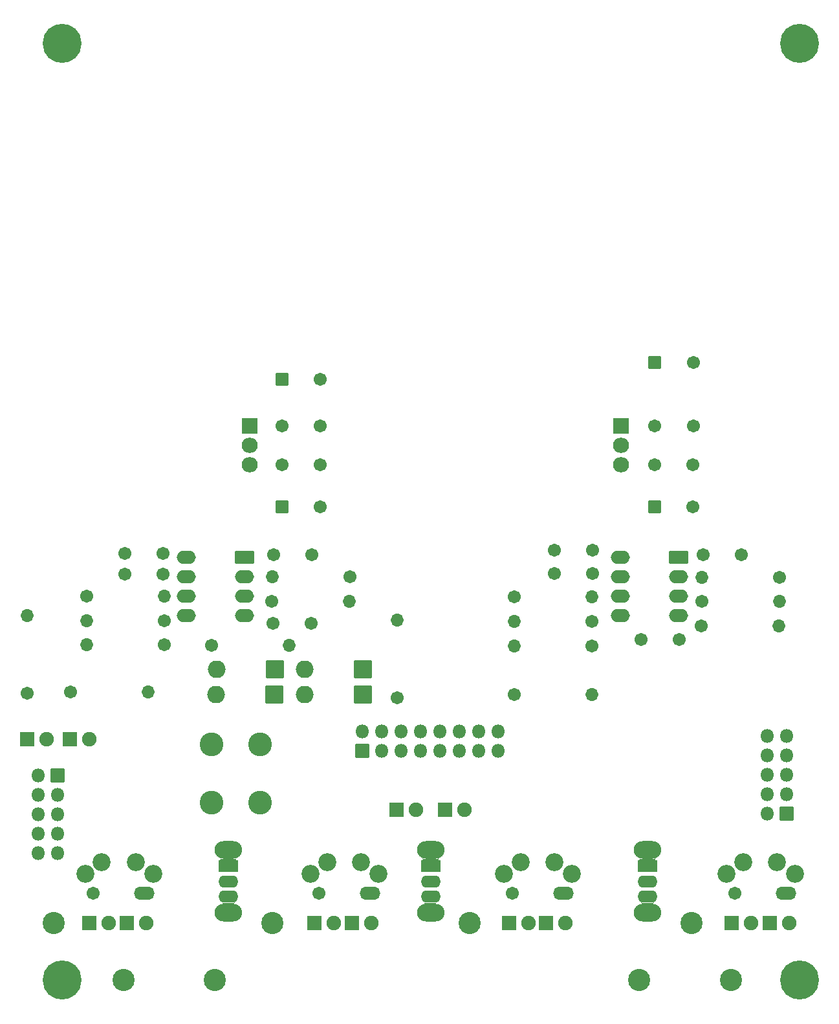
<source format=gbr>
G04 #@! TF.GenerationSoftware,KiCad,Pcbnew,(6.0.1)*
G04 #@! TF.CreationDate,2022-11-11T18:10:06-08:00*
G04 #@! TF.ProjectId,PBJ_EU,50424a5f-4555-42e6-9b69-6361645f7063,5.2*
G04 #@! TF.SameCoordinates,Original*
G04 #@! TF.FileFunction,Soldermask,Bot*
G04 #@! TF.FilePolarity,Negative*
%FSLAX46Y46*%
G04 Gerber Fmt 4.6, Leading zero omitted, Abs format (unit mm)*
G04 Created by KiCad (PCBNEW (6.0.1)) date 2022-11-11 18:10:06*
%MOMM*%
%LPD*%
G01*
G04 APERTURE LIST*
G04 Aperture macros list*
%AMRoundRect*
0 Rectangle with rounded corners*
0 $1 Rounding radius*
0 $2 $3 $4 $5 $6 $7 $8 $9 X,Y pos of 4 corners*
0 Add a 4 corners polygon primitive as box body*
4,1,4,$2,$3,$4,$5,$6,$7,$8,$9,$2,$3,0*
0 Add four circle primitives for the rounded corners*
1,1,$1+$1,$2,$3*
1,1,$1+$1,$4,$5*
1,1,$1+$1,$6,$7*
1,1,$1+$1,$8,$9*
0 Add four rect primitives between the rounded corners*
20,1,$1+$1,$2,$3,$4,$5,0*
20,1,$1+$1,$4,$5,$6,$7,0*
20,1,$1+$1,$6,$7,$8,$9,0*
20,1,$1+$1,$8,$9,$2,$3,0*%
G04 Aperture macros list end*
%ADD10C,3.102000*%
%ADD11C,1.702000*%
%ADD12O,1.702000X1.702000*%
%ADD13RoundRect,0.051000X-0.900000X-0.900000X0.900000X-0.900000X0.900000X0.900000X-0.900000X0.900000X0*%
%ADD14C,1.902000*%
%ADD15O,2.602000X1.602000*%
%ADD16RoundRect,0.051000X-1.250000X0.750000X-1.250000X-0.750000X1.250000X-0.750000X1.250000X0.750000X0*%
%ADD17O,3.602000X2.302000*%
%ADD18C,5.102000*%
%ADD19C,2.902000*%
%ADD20C,2.352000*%
%ADD21O,2.702000X1.702000*%
%ADD22RoundRect,0.051000X0.850000X0.850000X-0.850000X0.850000X-0.850000X-0.850000X0.850000X-0.850000X0*%
%ADD23O,1.802000X1.802000*%
%ADD24RoundRect,0.051000X0.850000X-0.850000X0.850000X0.850000X-0.850000X0.850000X-0.850000X-0.850000X0*%
%ADD25RoundRect,0.051000X-0.800000X-0.800000X0.800000X-0.800000X0.800000X0.800000X-0.800000X0.800000X0*%
%ADD26RoundRect,0.051000X1.200000X0.800000X-1.200000X0.800000X-1.200000X-0.800000X1.200000X-0.800000X0*%
%ADD27O,2.502000X1.702000*%
%ADD28RoundRect,0.051000X-1.000000X0.952500X-1.000000X-0.952500X1.000000X-0.952500X1.000000X0.952500X0*%
%ADD29O,2.102000X2.007000*%
%ADD30RoundRect,0.051000X1.100000X1.100000X-1.100000X1.100000X-1.100000X-1.100000X1.100000X-1.100000X0*%
%ADD31O,2.302000X2.302000*%
G04 APERTURE END LIST*
D10*
X73350000Y-124690000D03*
X67000000Y-124690000D03*
X73350000Y-132310000D03*
X67000000Y-132310000D03*
D11*
X106640000Y-118130000D03*
D12*
X116800000Y-118130000D03*
D11*
X91310000Y-118600000D03*
D12*
X91310000Y-108440000D03*
D11*
X48540000Y-117810000D03*
D12*
X58700000Y-117810000D03*
D13*
X97570000Y-133250000D03*
D14*
X100110000Y-133250000D03*
D13*
X91285000Y-133250000D03*
D14*
X93825000Y-133250000D03*
D13*
X48525000Y-124000000D03*
D14*
X51065000Y-124000000D03*
D15*
X95700000Y-144600000D03*
X95700000Y-142600000D03*
D16*
X95700000Y-140600000D03*
D17*
X95700000Y-146700000D03*
X95700000Y-138500000D03*
D11*
X136390000Y-99890000D03*
X131390000Y-99890000D03*
X80180000Y-99850000D03*
X75180000Y-99850000D03*
X55680000Y-102370000D03*
X60680000Y-102370000D03*
X111890000Y-102280000D03*
X116890000Y-102280000D03*
D13*
X135150000Y-148000000D03*
D14*
X137690000Y-148000000D03*
D18*
X47500000Y-155500000D03*
X144020000Y-155500000D03*
X144020000Y-33000000D03*
X47500000Y-33000000D03*
D19*
X75000000Y-148000000D03*
X129870000Y-148000000D03*
X55500000Y-155500000D03*
X67500000Y-155500000D03*
X46400000Y-148000000D03*
D20*
X80020000Y-141600000D03*
X88920000Y-141600000D03*
X82170000Y-140100000D03*
X86620000Y-140100000D03*
D21*
X87760000Y-144150000D03*
D11*
X81080000Y-144150000D03*
D20*
X50520000Y-141600000D03*
X59420000Y-141600000D03*
X52670000Y-140100000D03*
X57120000Y-140100000D03*
D21*
X58260000Y-144150000D03*
D11*
X51580000Y-144150000D03*
D13*
X55950000Y-148000000D03*
D14*
X58490000Y-148000000D03*
D13*
X140075000Y-148000000D03*
D14*
X142615000Y-148000000D03*
D13*
X110850000Y-148000000D03*
D14*
X113390000Y-148000000D03*
D17*
X69250000Y-138500000D03*
X69250000Y-146700000D03*
D16*
X69250000Y-140600000D03*
D15*
X69250000Y-142600000D03*
X69250000Y-144600000D03*
D19*
X100790000Y-148000000D03*
D20*
X105320000Y-141600000D03*
X114220000Y-141600000D03*
X107470000Y-140100000D03*
X111920000Y-140100000D03*
D21*
X113060000Y-144150000D03*
D11*
X106380000Y-144150000D03*
D20*
X134470000Y-141600000D03*
X143370000Y-141600000D03*
X136620000Y-140100000D03*
X141070000Y-140100000D03*
D21*
X142210000Y-144150000D03*
D11*
X135530000Y-144150000D03*
D13*
X85400000Y-148000000D03*
D14*
X87940000Y-148000000D03*
D13*
X105950000Y-148000000D03*
D14*
X108490000Y-148000000D03*
D17*
X124100000Y-138500000D03*
X124100000Y-146700000D03*
D16*
X124100000Y-140600000D03*
D15*
X124100000Y-142600000D03*
X124100000Y-144600000D03*
D22*
X142330000Y-133750000D03*
D23*
X139790000Y-133750000D03*
X142330000Y-131210000D03*
X139790000Y-131210000D03*
X142330000Y-128670000D03*
X139790000Y-128670000D03*
X142330000Y-126130000D03*
X139790000Y-126130000D03*
X142330000Y-123590000D03*
X139790000Y-123590000D03*
D13*
X51025000Y-148000000D03*
D14*
X53565000Y-148000000D03*
D13*
X80475000Y-148000000D03*
D14*
X83015000Y-148000000D03*
D24*
X86800000Y-125540000D03*
D23*
X86800000Y-123000000D03*
X89340000Y-125540000D03*
X89340000Y-123000000D03*
X91880000Y-125540000D03*
X91880000Y-123000000D03*
X94420000Y-125540000D03*
X94420000Y-123000000D03*
X96960000Y-125540000D03*
X96960000Y-123000000D03*
X99500000Y-125540000D03*
X99500000Y-123000000D03*
X102040000Y-125540000D03*
X102040000Y-123000000D03*
X104580000Y-125540000D03*
X104580000Y-123000000D03*
D19*
X135000000Y-155500000D03*
D13*
X42920000Y-124000000D03*
D14*
X45460000Y-124000000D03*
D19*
X123000000Y-155500000D03*
D25*
X76300000Y-76875000D03*
D11*
X81300000Y-76875000D03*
D26*
X71325000Y-100225000D03*
D27*
X71325000Y-102765000D03*
X71325000Y-105305000D03*
X71325000Y-107845000D03*
X63705000Y-107845000D03*
X63705000Y-105305000D03*
X63705000Y-102765000D03*
X63705000Y-100225000D03*
D11*
X60680000Y-99650000D03*
X55680000Y-99650000D03*
D25*
X76300000Y-93625000D03*
D11*
X81300000Y-93625000D03*
X80100000Y-108850000D03*
X75100000Y-108850000D03*
X76275000Y-83000000D03*
X81275000Y-83000000D03*
D26*
X128210000Y-100225000D03*
D27*
X128210000Y-102765000D03*
X128210000Y-105305000D03*
X128210000Y-107845000D03*
X120590000Y-107845000D03*
X120590000Y-105305000D03*
X120590000Y-102765000D03*
X120590000Y-100225000D03*
D25*
X125075000Y-74725000D03*
D11*
X130075000Y-74725000D03*
X106645000Y-105325000D03*
D12*
X116805000Y-105325000D03*
D11*
X50670000Y-105300000D03*
D12*
X60830000Y-105300000D03*
D11*
X85125000Y-102775000D03*
D12*
X74965000Y-102775000D03*
X131220000Y-102780000D03*
D11*
X141380000Y-102780000D03*
X76300000Y-88075000D03*
X81300000Y-88075000D03*
X125075000Y-83025000D03*
X130075000Y-83025000D03*
X42920000Y-118000000D03*
D12*
X42920000Y-107840000D03*
D11*
X67050000Y-111680000D03*
D12*
X77210000Y-111680000D03*
D25*
X125000000Y-93625000D03*
D11*
X130000000Y-93625000D03*
X125025000Y-88075000D03*
X130025000Y-88075000D03*
X60850000Y-108500000D03*
D12*
X50690000Y-108500000D03*
D11*
X116790000Y-111780000D03*
D12*
X106630000Y-111780000D03*
D28*
X72000000Y-83000000D03*
D29*
X72000000Y-85540000D03*
X72000000Y-88080000D03*
D30*
X75310000Y-114850000D03*
D31*
X67690000Y-114850000D03*
D28*
X120600000Y-83000000D03*
D29*
X120600000Y-85540000D03*
X120600000Y-88080000D03*
D30*
X75285000Y-118125000D03*
D31*
X67665000Y-118125000D03*
D11*
X74945000Y-105950000D03*
D12*
X85105000Y-105950000D03*
D22*
X46880000Y-128710000D03*
D23*
X44340000Y-128710000D03*
X46880000Y-131250000D03*
X44340000Y-131250000D03*
X46880000Y-133790000D03*
X44340000Y-133790000D03*
X46880000Y-136330000D03*
X44340000Y-136330000D03*
X46880000Y-138870000D03*
X44340000Y-138870000D03*
D11*
X60860000Y-111660000D03*
D12*
X50700000Y-111660000D03*
D11*
X131220000Y-105925000D03*
D12*
X141380000Y-105925000D03*
D11*
X116805000Y-108575000D03*
D12*
X106645000Y-108575000D03*
D11*
X116910000Y-99270000D03*
X111910000Y-99270000D03*
X123220000Y-110960000D03*
X128220000Y-110960000D03*
D30*
X86820000Y-118125000D03*
D31*
X79200000Y-118125000D03*
D30*
X86820000Y-114850000D03*
D31*
X79200000Y-114850000D03*
D11*
X131150000Y-109160000D03*
D12*
X141310000Y-109160000D03*
G36*
X123412123Y-145376585D02*
G01*
X123588947Y-145398923D01*
X123600014Y-145399000D01*
X124599884Y-145399000D01*
X124777015Y-145379132D01*
X124931776Y-145325238D01*
X124933741Y-145325613D01*
X124934399Y-145327502D01*
X124933434Y-145328859D01*
X124916871Y-145338422D01*
X124917368Y-145339284D01*
X124917368Y-145341284D01*
X124916765Y-145341935D01*
X124875695Y-145370021D01*
X124848739Y-145433816D01*
X124860553Y-145502062D01*
X124907469Y-145553174D01*
X124941640Y-145566562D01*
X124942887Y-145568125D01*
X124942158Y-145569987D01*
X124940675Y-145570410D01*
X124780002Y-145551393D01*
X124749974Y-145551000D01*
X123450096Y-145551000D01*
X123246221Y-145569734D01*
X123244405Y-145568896D01*
X123244222Y-145566905D01*
X123245510Y-145565813D01*
X123253673Y-145563580D01*
X123312876Y-145527067D01*
X123342811Y-145464612D01*
X123334229Y-145395887D01*
X123289684Y-145342509D01*
X123282961Y-145338325D01*
X123261742Y-145326074D01*
X123260742Y-145324342D01*
X123261742Y-145322610D01*
X123263426Y-145322463D01*
X123412123Y-145376585D01*
G37*
G36*
X68562123Y-145376585D02*
G01*
X68738947Y-145398923D01*
X68750014Y-145399000D01*
X69749884Y-145399000D01*
X69927015Y-145379132D01*
X70081776Y-145325238D01*
X70083741Y-145325613D01*
X70084399Y-145327502D01*
X70083434Y-145328859D01*
X70066871Y-145338422D01*
X70067368Y-145339284D01*
X70067368Y-145341284D01*
X70066765Y-145341935D01*
X70025695Y-145370021D01*
X69998739Y-145433816D01*
X70010553Y-145502062D01*
X70057469Y-145553174D01*
X70091640Y-145566562D01*
X70092887Y-145568125D01*
X70092158Y-145569987D01*
X70090675Y-145570410D01*
X69930002Y-145551393D01*
X69899974Y-145551000D01*
X68600096Y-145551000D01*
X68396221Y-145569734D01*
X68394405Y-145568896D01*
X68394222Y-145566905D01*
X68395510Y-145565813D01*
X68403673Y-145563580D01*
X68462876Y-145527067D01*
X68492811Y-145464612D01*
X68484229Y-145395887D01*
X68439684Y-145342509D01*
X68432961Y-145338325D01*
X68411742Y-145326074D01*
X68410742Y-145324342D01*
X68411742Y-145322610D01*
X68413426Y-145322463D01*
X68562123Y-145376585D01*
G37*
G36*
X95012123Y-145376585D02*
G01*
X95188947Y-145398923D01*
X95200014Y-145399000D01*
X96199884Y-145399000D01*
X96377015Y-145379132D01*
X96531776Y-145325238D01*
X96533741Y-145325613D01*
X96534399Y-145327502D01*
X96533434Y-145328859D01*
X96516871Y-145338422D01*
X96517368Y-145339284D01*
X96517368Y-145341284D01*
X96516765Y-145341935D01*
X96475695Y-145370021D01*
X96448739Y-145433816D01*
X96460553Y-145502062D01*
X96507469Y-145553174D01*
X96541640Y-145566562D01*
X96542887Y-145568125D01*
X96542158Y-145569987D01*
X96540675Y-145570410D01*
X96380002Y-145551393D01*
X96349974Y-145551000D01*
X95050096Y-145551000D01*
X94846221Y-145569734D01*
X94844405Y-145568896D01*
X94844222Y-145566905D01*
X94845510Y-145565813D01*
X94853673Y-145563580D01*
X94912876Y-145527067D01*
X94942811Y-145464612D01*
X94934229Y-145395887D01*
X94889684Y-145342509D01*
X94882961Y-145338325D01*
X94861742Y-145326074D01*
X94860742Y-145324342D01*
X94861742Y-145322610D01*
X94863426Y-145322463D01*
X95012123Y-145376585D01*
G37*
G36*
X96784988Y-139562337D02*
G01*
X96785873Y-139564131D01*
X96785212Y-139565489D01*
X96736344Y-139609281D01*
X96717941Y-139676050D01*
X96738558Y-139742167D01*
X96791713Y-139786697D01*
X96841248Y-139797042D01*
X96842739Y-139798375D01*
X96842330Y-139800333D01*
X96840839Y-139801000D01*
X94562948Y-139801000D01*
X94561216Y-139800000D01*
X94561216Y-139798000D01*
X94562385Y-139797081D01*
X94629397Y-139777405D01*
X94674752Y-139725062D01*
X94684609Y-139656509D01*
X94655816Y-139593462D01*
X94621750Y-139569168D01*
X94620920Y-139567349D01*
X94622081Y-139565720D01*
X94623504Y-139565630D01*
X94811112Y-139623884D01*
X95019998Y-139648607D01*
X95050026Y-139649000D01*
X96349904Y-139649000D01*
X96559388Y-139629751D01*
X96761761Y-139572676D01*
X96782992Y-139562206D01*
X96784988Y-139562337D01*
G37*
G36*
X70334988Y-139562337D02*
G01*
X70335873Y-139564131D01*
X70335212Y-139565489D01*
X70286344Y-139609281D01*
X70267941Y-139676050D01*
X70288558Y-139742167D01*
X70341713Y-139786697D01*
X70391248Y-139797042D01*
X70392739Y-139798375D01*
X70392330Y-139800333D01*
X70390839Y-139801000D01*
X68112948Y-139801000D01*
X68111216Y-139800000D01*
X68111216Y-139798000D01*
X68112385Y-139797081D01*
X68179397Y-139777405D01*
X68224752Y-139725062D01*
X68234609Y-139656509D01*
X68205816Y-139593462D01*
X68171750Y-139569168D01*
X68170920Y-139567349D01*
X68172081Y-139565720D01*
X68173504Y-139565630D01*
X68361112Y-139623884D01*
X68569998Y-139648607D01*
X68600026Y-139649000D01*
X69899904Y-139649000D01*
X70109388Y-139629751D01*
X70311761Y-139572676D01*
X70332992Y-139562206D01*
X70334988Y-139562337D01*
G37*
G36*
X125184988Y-139562337D02*
G01*
X125185873Y-139564131D01*
X125185212Y-139565489D01*
X125136344Y-139609281D01*
X125117941Y-139676050D01*
X125138558Y-139742167D01*
X125191713Y-139786697D01*
X125241248Y-139797042D01*
X125242739Y-139798375D01*
X125242330Y-139800333D01*
X125240839Y-139801000D01*
X122962948Y-139801000D01*
X122961216Y-139800000D01*
X122961216Y-139798000D01*
X122962385Y-139797081D01*
X123029397Y-139777405D01*
X123074752Y-139725062D01*
X123084609Y-139656509D01*
X123055816Y-139593462D01*
X123021750Y-139569168D01*
X123020920Y-139567349D01*
X123022081Y-139565720D01*
X123023504Y-139565630D01*
X123211112Y-139623884D01*
X123419998Y-139648607D01*
X123450026Y-139649000D01*
X124749904Y-139649000D01*
X124959388Y-139629751D01*
X125161761Y-139572676D01*
X125182992Y-139562206D01*
X125184988Y-139562337D01*
G37*
M02*

</source>
